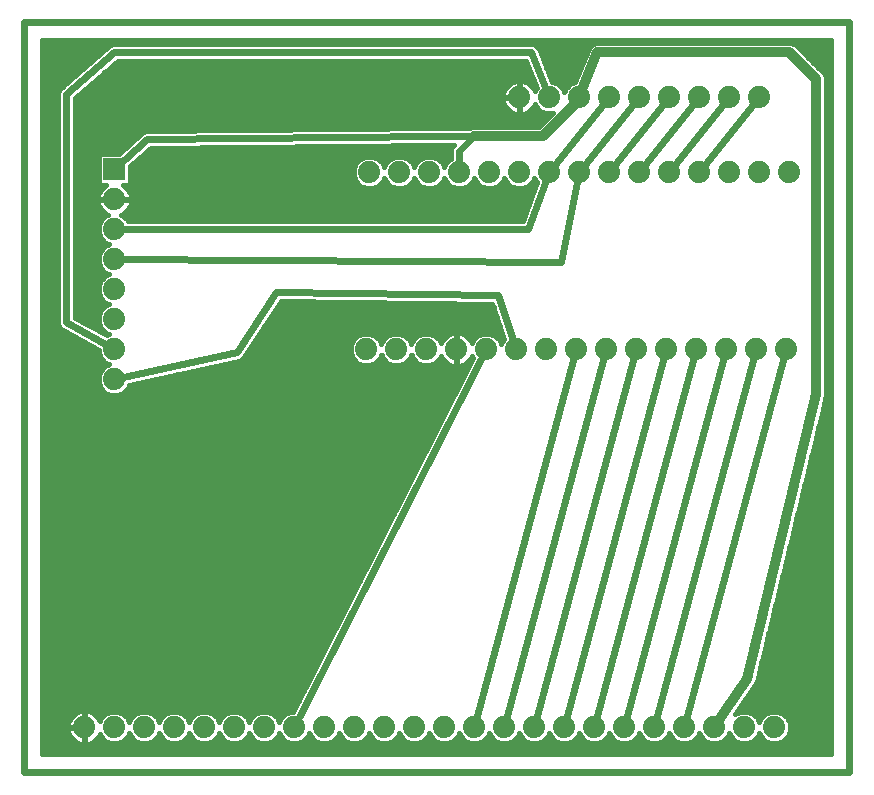
<source format=gtl>
G75*
%MOIN*%
%OFA0B0*%
%FSLAX25Y25*%
%IPPOS*%
%LPD*%
%AMOC8*
5,1,8,0,0,1.08239X$1,22.5*
%
%ADD10C,0.02400*%
%ADD11R,0.07400X0.07400*%
%ADD12C,0.07400*%
%ADD13C,0.03200*%
%ADD14C,0.03962*%
%ADD15C,0.01600*%
D10*
X0019800Y0016800D02*
X0294800Y0016800D01*
X0294800Y0266800D01*
X0019800Y0266800D01*
X0019800Y0016800D01*
X0109800Y0031800D02*
X0173800Y0157800D01*
X0183800Y0157800D02*
X0177800Y0175800D01*
X0103800Y0176800D01*
X0090800Y0156800D01*
X0049800Y0147800D01*
X0049800Y0157800D02*
X0033800Y0166800D01*
X0033800Y0242800D01*
X0049800Y0256800D01*
X0188800Y0256800D01*
X0194800Y0241800D01*
X0214800Y0241800D02*
X0194800Y0216800D01*
X0187800Y0197800D01*
X0049800Y0197800D01*
X0049800Y0187800D02*
X0198800Y0186800D01*
X0204800Y0216800D01*
X0224800Y0241800D01*
X0234800Y0241800D02*
X0214800Y0216800D01*
X0224800Y0216800D02*
X0244800Y0241800D01*
X0254800Y0241800D02*
X0234800Y0216800D01*
X0244800Y0216800D02*
X0264800Y0241800D01*
X0263800Y0157800D02*
X0229800Y0031800D01*
X0219800Y0031800D02*
X0253800Y0157800D01*
X0243800Y0157800D02*
X0209800Y0031800D01*
X0199800Y0031800D02*
X0233800Y0157800D01*
X0223800Y0157800D02*
X0189800Y0031800D01*
X0179800Y0031800D02*
X0213800Y0157800D01*
X0203800Y0157800D02*
X0169800Y0031800D01*
X0239800Y0031800D02*
X0273800Y0157800D01*
X0169800Y0228800D02*
X0157800Y0228800D01*
X0060800Y0227800D01*
X0049800Y0217800D01*
X0164800Y0216800D02*
X0164800Y0223800D01*
X0169800Y0228800D01*
D11*
X0049800Y0217800D03*
D12*
X0049800Y0207800D03*
X0049800Y0197800D03*
X0049800Y0187800D03*
X0049800Y0177800D03*
X0049800Y0167800D03*
X0049800Y0157800D03*
X0049800Y0147800D03*
X0133800Y0157800D03*
X0143800Y0157800D03*
X0153800Y0157800D03*
X0163800Y0157800D03*
X0173800Y0157800D03*
X0183800Y0157800D03*
X0193800Y0157800D03*
X0203800Y0157800D03*
X0213800Y0157800D03*
X0223800Y0157800D03*
X0233800Y0157800D03*
X0243800Y0157800D03*
X0253800Y0157800D03*
X0263800Y0157800D03*
X0273800Y0157800D03*
X0274800Y0216800D03*
X0264800Y0216800D03*
X0254800Y0216800D03*
X0244800Y0216800D03*
X0234800Y0216800D03*
X0224800Y0216800D03*
X0214800Y0216800D03*
X0204800Y0216800D03*
X0194800Y0216800D03*
X0184800Y0216800D03*
X0174800Y0216800D03*
X0164800Y0216800D03*
X0154800Y0216800D03*
X0144800Y0216800D03*
X0134800Y0216800D03*
X0184800Y0241800D03*
X0194800Y0241800D03*
X0204800Y0241800D03*
X0214800Y0241800D03*
X0224800Y0241800D03*
X0234800Y0241800D03*
X0244800Y0241800D03*
X0254800Y0241800D03*
X0264800Y0241800D03*
X0259800Y0031800D03*
X0249800Y0031800D03*
X0239800Y0031800D03*
X0229800Y0031800D03*
X0219800Y0031800D03*
X0209800Y0031800D03*
X0199800Y0031800D03*
X0189800Y0031800D03*
X0179800Y0031800D03*
X0169800Y0031800D03*
X0159800Y0031800D03*
X0149800Y0031800D03*
X0139800Y0031800D03*
X0129800Y0031800D03*
X0119800Y0031800D03*
X0109800Y0031800D03*
X0099800Y0031800D03*
X0089800Y0031800D03*
X0079800Y0031800D03*
X0069800Y0031800D03*
X0059800Y0031800D03*
X0049800Y0031800D03*
X0039800Y0031800D03*
X0269800Y0031800D03*
D13*
X0260800Y0047800D02*
X0283800Y0142800D01*
X0283800Y0247800D01*
X0274800Y0256800D01*
X0210800Y0256800D01*
X0204800Y0241800D01*
X0204800Y0240800D01*
X0192800Y0228800D01*
X0169800Y0228800D01*
X0260800Y0047800D02*
X0249800Y0031800D01*
D14*
X0276800Y0060800D03*
X0091800Y0209800D03*
X0085800Y0097800D03*
D15*
X0124211Y0066354D02*
X0025800Y0066354D01*
X0025800Y0067952D02*
X0125023Y0067952D01*
X0125835Y0069551D02*
X0025800Y0069551D01*
X0025800Y0071149D02*
X0126647Y0071149D01*
X0127458Y0072748D02*
X0025800Y0072748D01*
X0025800Y0074346D02*
X0128270Y0074346D01*
X0129082Y0075945D02*
X0025800Y0075945D01*
X0025800Y0077543D02*
X0129894Y0077543D01*
X0130706Y0079142D02*
X0025800Y0079142D01*
X0025800Y0080740D02*
X0131518Y0080740D01*
X0132330Y0082339D02*
X0025800Y0082339D01*
X0025800Y0083937D02*
X0133142Y0083937D01*
X0133954Y0085536D02*
X0025800Y0085536D01*
X0025800Y0087134D02*
X0134766Y0087134D01*
X0135578Y0088733D02*
X0025800Y0088733D01*
X0025800Y0090332D02*
X0136390Y0090332D01*
X0137202Y0091930D02*
X0025800Y0091930D01*
X0025800Y0093529D02*
X0138014Y0093529D01*
X0138826Y0095127D02*
X0025800Y0095127D01*
X0025800Y0096726D02*
X0139638Y0096726D01*
X0140450Y0098324D02*
X0025800Y0098324D01*
X0025800Y0099923D02*
X0141261Y0099923D01*
X0142073Y0101521D02*
X0025800Y0101521D01*
X0025800Y0103120D02*
X0142885Y0103120D01*
X0143697Y0104718D02*
X0025800Y0104718D01*
X0025800Y0106317D02*
X0144509Y0106317D01*
X0145321Y0107915D02*
X0025800Y0107915D01*
X0025800Y0109514D02*
X0146133Y0109514D01*
X0146945Y0111112D02*
X0025800Y0111112D01*
X0025800Y0112711D02*
X0147757Y0112711D01*
X0148569Y0114309D02*
X0025800Y0114309D01*
X0025800Y0115908D02*
X0149381Y0115908D01*
X0150193Y0117506D02*
X0025800Y0117506D01*
X0025800Y0119105D02*
X0151005Y0119105D01*
X0151817Y0120703D02*
X0025800Y0120703D01*
X0025800Y0122302D02*
X0152629Y0122302D01*
X0153441Y0123900D02*
X0025800Y0123900D01*
X0025800Y0125499D02*
X0154253Y0125499D01*
X0155064Y0127097D02*
X0025800Y0127097D01*
X0025800Y0128696D02*
X0155876Y0128696D01*
X0156688Y0130294D02*
X0025800Y0130294D01*
X0025800Y0131893D02*
X0157500Y0131893D01*
X0158312Y0133491D02*
X0025800Y0133491D01*
X0025800Y0135090D02*
X0159124Y0135090D01*
X0159936Y0136688D02*
X0025800Y0136688D01*
X0025800Y0138287D02*
X0160748Y0138287D01*
X0161560Y0139885D02*
X0025800Y0139885D01*
X0025800Y0141484D02*
X0162372Y0141484D01*
X0163184Y0143082D02*
X0052260Y0143082D01*
X0052802Y0143307D02*
X0054293Y0144798D01*
X0054804Y0146032D01*
X0091390Y0154063D01*
X0091926Y0154177D01*
X0091934Y0154182D01*
X0091944Y0154185D01*
X0092393Y0154497D01*
X0092844Y0154807D01*
X0092850Y0154816D01*
X0092858Y0154822D01*
X0093153Y0155282D01*
X0105306Y0173979D01*
X0175773Y0173027D01*
X0179713Y0161208D01*
X0179307Y0160802D01*
X0178800Y0159578D01*
X0178293Y0160802D01*
X0176802Y0162293D01*
X0174854Y0163100D01*
X0172746Y0163100D01*
X0170798Y0162293D01*
X0169307Y0160802D01*
X0168915Y0159856D01*
X0168897Y0159911D01*
X0168504Y0160683D01*
X0167995Y0161383D01*
X0167383Y0161995D01*
X0166683Y0162504D01*
X0165911Y0162897D01*
X0165088Y0163165D01*
X0164233Y0163300D01*
X0164000Y0163300D01*
X0164000Y0158000D01*
X0163600Y0158000D01*
X0163600Y0163300D01*
X0163367Y0163300D01*
X0162512Y0163165D01*
X0161689Y0162897D01*
X0160917Y0162504D01*
X0160217Y0161995D01*
X0159605Y0161383D01*
X0159096Y0160683D01*
X0158703Y0159911D01*
X0158685Y0159856D01*
X0158293Y0160802D01*
X0156802Y0162293D01*
X0154854Y0163100D01*
X0152746Y0163100D01*
X0150798Y0162293D01*
X0149307Y0160802D01*
X0148800Y0159578D01*
X0148293Y0160802D01*
X0146802Y0162293D01*
X0144854Y0163100D01*
X0142746Y0163100D01*
X0140798Y0162293D01*
X0139307Y0160802D01*
X0138800Y0159578D01*
X0138293Y0160802D01*
X0136802Y0162293D01*
X0134854Y0163100D01*
X0132746Y0163100D01*
X0130798Y0162293D01*
X0129307Y0160802D01*
X0128500Y0158854D01*
X0128500Y0156746D01*
X0129307Y0154798D01*
X0130798Y0153307D01*
X0132746Y0152500D01*
X0134854Y0152500D01*
X0136802Y0153307D01*
X0138293Y0154798D01*
X0138800Y0156022D01*
X0139307Y0154798D01*
X0140798Y0153307D01*
X0142746Y0152500D01*
X0144854Y0152500D01*
X0146802Y0153307D01*
X0148293Y0154798D01*
X0148800Y0156022D01*
X0149307Y0154798D01*
X0150798Y0153307D01*
X0152746Y0152500D01*
X0154854Y0152500D01*
X0156802Y0153307D01*
X0158293Y0154798D01*
X0158685Y0155744D01*
X0158703Y0155689D01*
X0159096Y0154917D01*
X0159605Y0154217D01*
X0160217Y0153605D01*
X0160917Y0153096D01*
X0161689Y0152703D01*
X0162512Y0152435D01*
X0163367Y0152300D01*
X0163600Y0152300D01*
X0163600Y0157600D01*
X0164000Y0157600D01*
X0164000Y0152300D01*
X0164233Y0152300D01*
X0165088Y0152435D01*
X0165911Y0152703D01*
X0166683Y0153096D01*
X0167383Y0153605D01*
X0167995Y0154217D01*
X0168504Y0154917D01*
X0168897Y0155689D01*
X0168915Y0155744D01*
X0169229Y0154985D01*
X0109352Y0037100D01*
X0108746Y0037100D01*
X0106798Y0036293D01*
X0105307Y0034802D01*
X0104800Y0033578D01*
X0104293Y0034802D01*
X0102802Y0036293D01*
X0100854Y0037100D01*
X0098746Y0037100D01*
X0096798Y0036293D01*
X0095307Y0034802D01*
X0094800Y0033578D01*
X0094293Y0034802D01*
X0092802Y0036293D01*
X0090854Y0037100D01*
X0088746Y0037100D01*
X0086798Y0036293D01*
X0085307Y0034802D01*
X0084800Y0033578D01*
X0084293Y0034802D01*
X0082802Y0036293D01*
X0080854Y0037100D01*
X0078746Y0037100D01*
X0076798Y0036293D01*
X0075307Y0034802D01*
X0074800Y0033578D01*
X0074293Y0034802D01*
X0072802Y0036293D01*
X0070854Y0037100D01*
X0068746Y0037100D01*
X0066798Y0036293D01*
X0065307Y0034802D01*
X0064800Y0033578D01*
X0064293Y0034802D01*
X0062802Y0036293D01*
X0060854Y0037100D01*
X0058746Y0037100D01*
X0056798Y0036293D01*
X0055307Y0034802D01*
X0054800Y0033578D01*
X0054293Y0034802D01*
X0052802Y0036293D01*
X0050854Y0037100D01*
X0048746Y0037100D01*
X0046798Y0036293D01*
X0045307Y0034802D01*
X0044915Y0033856D01*
X0044897Y0033911D01*
X0044504Y0034683D01*
X0043995Y0035383D01*
X0043383Y0035995D01*
X0042683Y0036504D01*
X0041911Y0036897D01*
X0041088Y0037165D01*
X0040233Y0037300D01*
X0040000Y0037300D01*
X0040000Y0032000D01*
X0039600Y0032000D01*
X0039600Y0037300D01*
X0039367Y0037300D01*
X0038512Y0037165D01*
X0037689Y0036897D01*
X0036917Y0036504D01*
X0036217Y0035995D01*
X0035605Y0035383D01*
X0035096Y0034683D01*
X0034703Y0033911D01*
X0034435Y0033088D01*
X0034300Y0032233D01*
X0034300Y0032000D01*
X0039600Y0032000D01*
X0039600Y0031600D01*
X0040000Y0031600D01*
X0040000Y0026300D01*
X0040233Y0026300D01*
X0041088Y0026435D01*
X0041911Y0026703D01*
X0042683Y0027096D01*
X0043383Y0027605D01*
X0043995Y0028217D01*
X0044504Y0028917D01*
X0044897Y0029689D01*
X0044915Y0029744D01*
X0045307Y0028798D01*
X0046798Y0027307D01*
X0048746Y0026500D01*
X0050854Y0026500D01*
X0052802Y0027307D01*
X0054293Y0028798D01*
X0054800Y0030022D01*
X0055307Y0028798D01*
X0056798Y0027307D01*
X0058746Y0026500D01*
X0060854Y0026500D01*
X0062802Y0027307D01*
X0064293Y0028798D01*
X0064800Y0030022D01*
X0065307Y0028798D01*
X0066798Y0027307D01*
X0068746Y0026500D01*
X0070854Y0026500D01*
X0072802Y0027307D01*
X0074293Y0028798D01*
X0074800Y0030022D01*
X0075307Y0028798D01*
X0076798Y0027307D01*
X0078746Y0026500D01*
X0080854Y0026500D01*
X0082802Y0027307D01*
X0084293Y0028798D01*
X0084800Y0030022D01*
X0085307Y0028798D01*
X0086798Y0027307D01*
X0088746Y0026500D01*
X0090854Y0026500D01*
X0092802Y0027307D01*
X0094293Y0028798D01*
X0094800Y0030022D01*
X0095307Y0028798D01*
X0096798Y0027307D01*
X0098746Y0026500D01*
X0100854Y0026500D01*
X0102802Y0027307D01*
X0104293Y0028798D01*
X0104800Y0030022D01*
X0105307Y0028798D01*
X0106798Y0027307D01*
X0108746Y0026500D01*
X0110854Y0026500D01*
X0112802Y0027307D01*
X0114293Y0028798D01*
X0114800Y0030022D01*
X0115307Y0028798D01*
X0116798Y0027307D01*
X0118746Y0026500D01*
X0120854Y0026500D01*
X0122802Y0027307D01*
X0124293Y0028798D01*
X0124800Y0030022D01*
X0125307Y0028798D01*
X0126798Y0027307D01*
X0128746Y0026500D01*
X0130854Y0026500D01*
X0132802Y0027307D01*
X0134293Y0028798D01*
X0134800Y0030022D01*
X0135307Y0028798D01*
X0136798Y0027307D01*
X0138746Y0026500D01*
X0140854Y0026500D01*
X0142802Y0027307D01*
X0144293Y0028798D01*
X0144800Y0030022D01*
X0145307Y0028798D01*
X0146798Y0027307D01*
X0148746Y0026500D01*
X0150854Y0026500D01*
X0152802Y0027307D01*
X0154293Y0028798D01*
X0154800Y0030022D01*
X0155307Y0028798D01*
X0156798Y0027307D01*
X0158746Y0026500D01*
X0160854Y0026500D01*
X0162802Y0027307D01*
X0164293Y0028798D01*
X0164800Y0030022D01*
X0165307Y0028798D01*
X0166798Y0027307D01*
X0168746Y0026500D01*
X0170854Y0026500D01*
X0172802Y0027307D01*
X0174293Y0028798D01*
X0174800Y0030022D01*
X0175307Y0028798D01*
X0176798Y0027307D01*
X0178746Y0026500D01*
X0180854Y0026500D01*
X0182802Y0027307D01*
X0184293Y0028798D01*
X0184800Y0030022D01*
X0185307Y0028798D01*
X0186798Y0027307D01*
X0188746Y0026500D01*
X0190854Y0026500D01*
X0192802Y0027307D01*
X0194293Y0028798D01*
X0194800Y0030022D01*
X0195307Y0028798D01*
X0196798Y0027307D01*
X0198746Y0026500D01*
X0200854Y0026500D01*
X0202802Y0027307D01*
X0204293Y0028798D01*
X0204800Y0030022D01*
X0205307Y0028798D01*
X0206798Y0027307D01*
X0208746Y0026500D01*
X0210854Y0026500D01*
X0212802Y0027307D01*
X0214293Y0028798D01*
X0214800Y0030022D01*
X0215307Y0028798D01*
X0216798Y0027307D01*
X0218746Y0026500D01*
X0220854Y0026500D01*
X0222802Y0027307D01*
X0224293Y0028798D01*
X0224800Y0030022D01*
X0225307Y0028798D01*
X0226798Y0027307D01*
X0228746Y0026500D01*
X0230854Y0026500D01*
X0232802Y0027307D01*
X0234293Y0028798D01*
X0234800Y0030022D01*
X0235307Y0028798D01*
X0236798Y0027307D01*
X0238746Y0026500D01*
X0240854Y0026500D01*
X0242802Y0027307D01*
X0244293Y0028798D01*
X0244800Y0030022D01*
X0245307Y0028798D01*
X0246798Y0027307D01*
X0248746Y0026500D01*
X0250854Y0026500D01*
X0252802Y0027307D01*
X0254293Y0028798D01*
X0254800Y0030022D01*
X0255307Y0028798D01*
X0256798Y0027307D01*
X0258746Y0026500D01*
X0260854Y0026500D01*
X0262802Y0027307D01*
X0264293Y0028798D01*
X0264800Y0030022D01*
X0265307Y0028798D01*
X0266798Y0027307D01*
X0268746Y0026500D01*
X0270854Y0026500D01*
X0272802Y0027307D01*
X0274293Y0028798D01*
X0275100Y0030746D01*
X0275100Y0032854D01*
X0274293Y0034802D01*
X0272802Y0036293D01*
X0270854Y0037100D01*
X0268746Y0037100D01*
X0266798Y0036293D01*
X0265307Y0034802D01*
X0264800Y0033578D01*
X0264293Y0034802D01*
X0262802Y0036293D01*
X0260854Y0037100D01*
X0258746Y0037100D01*
X0256798Y0036293D01*
X0256716Y0036212D01*
X0263412Y0045950D01*
X0263760Y0046428D01*
X0263771Y0046473D01*
X0263798Y0046512D01*
X0263921Y0047090D01*
X0286852Y0141805D01*
X0287000Y0142163D01*
X0287000Y0142418D01*
X0287060Y0142666D01*
X0287000Y0143049D01*
X0287000Y0248437D01*
X0286513Y0249613D01*
X0277513Y0258613D01*
X0276613Y0259513D01*
X0275437Y0260000D01*
X0211416Y0260000D01*
X0211397Y0260008D01*
X0210781Y0260000D01*
X0210163Y0260000D01*
X0210145Y0259992D01*
X0210125Y0259992D01*
X0209558Y0259749D01*
X0208987Y0259513D01*
X0208973Y0259498D01*
X0208954Y0259491D01*
X0208524Y0259049D01*
X0208087Y0258613D01*
X0208079Y0258594D01*
X0208065Y0258579D01*
X0207836Y0258006D01*
X0207600Y0257437D01*
X0207600Y0257416D01*
X0203419Y0246965D01*
X0201798Y0246293D01*
X0200307Y0244802D01*
X0199800Y0243578D01*
X0199293Y0244802D01*
X0197802Y0246293D01*
X0195854Y0247100D01*
X0195696Y0247100D01*
X0191600Y0257339D01*
X0191600Y0257357D01*
X0191393Y0257856D01*
X0191193Y0258357D01*
X0191180Y0258370D01*
X0191174Y0258386D01*
X0190792Y0258768D01*
X0190415Y0259154D01*
X0190399Y0259161D01*
X0190386Y0259174D01*
X0189887Y0259381D01*
X0189391Y0259593D01*
X0189373Y0259593D01*
X0189357Y0259600D01*
X0188817Y0259600D01*
X0188277Y0259607D01*
X0188261Y0259600D01*
X0049893Y0259600D01*
X0049431Y0259631D01*
X0049339Y0259600D01*
X0049243Y0259600D01*
X0048815Y0259423D01*
X0048375Y0259274D01*
X0048303Y0259211D01*
X0048214Y0259174D01*
X0047886Y0258846D01*
X0032303Y0245211D01*
X0032214Y0245174D01*
X0031886Y0244846D01*
X0031537Y0244540D01*
X0031494Y0244454D01*
X0031426Y0244386D01*
X0031249Y0243958D01*
X0031043Y0243542D01*
X0031037Y0243446D01*
X0031000Y0243357D01*
X0031000Y0242893D01*
X0030969Y0242431D01*
X0031000Y0242339D01*
X0031000Y0166968D01*
X0030954Y0166581D01*
X0031000Y0166415D01*
X0031000Y0166243D01*
X0031149Y0165883D01*
X0031254Y0165509D01*
X0031360Y0165373D01*
X0031426Y0165214D01*
X0031701Y0164939D01*
X0031942Y0164633D01*
X0032092Y0164548D01*
X0032214Y0164426D01*
X0032573Y0164277D01*
X0044500Y0157569D01*
X0044500Y0156746D01*
X0045307Y0154798D01*
X0046798Y0153307D01*
X0048022Y0152800D01*
X0046798Y0152293D01*
X0045307Y0150802D01*
X0044500Y0148854D01*
X0044500Y0146746D01*
X0045307Y0144798D01*
X0046798Y0143307D01*
X0048746Y0142500D01*
X0050854Y0142500D01*
X0052802Y0143307D01*
X0054176Y0144681D02*
X0163996Y0144681D01*
X0164808Y0146279D02*
X0055932Y0146279D01*
X0063214Y0147878D02*
X0165620Y0147878D01*
X0166432Y0149476D02*
X0070496Y0149476D01*
X0077778Y0151075D02*
X0167244Y0151075D01*
X0168056Y0152673D02*
X0165820Y0152673D01*
X0164000Y0152673D02*
X0163600Y0152673D01*
X0163600Y0154272D02*
X0164000Y0154272D01*
X0164000Y0155870D02*
X0163600Y0155870D01*
X0163600Y0157469D02*
X0164000Y0157469D01*
X0164000Y0159068D02*
X0163600Y0159068D01*
X0163600Y0160666D02*
X0164000Y0160666D01*
X0164000Y0162265D02*
X0163600Y0162265D01*
X0160588Y0162265D02*
X0156831Y0162265D01*
X0158350Y0160666D02*
X0159088Y0160666D01*
X0159565Y0154272D02*
X0157767Y0154272D01*
X0155273Y0152673D02*
X0161779Y0152673D01*
X0168035Y0154272D02*
X0168868Y0154272D01*
X0168512Y0160666D02*
X0169250Y0160666D01*
X0170769Y0162265D02*
X0167012Y0162265D01*
X0176831Y0162265D02*
X0179360Y0162265D01*
X0179250Y0160666D02*
X0178350Y0160666D01*
X0178828Y0163863D02*
X0098730Y0163863D01*
X0097691Y0162265D02*
X0130769Y0162265D01*
X0129250Y0160666D02*
X0096652Y0160666D01*
X0095613Y0159068D02*
X0128588Y0159068D01*
X0128500Y0157469D02*
X0094574Y0157469D01*
X0093535Y0155870D02*
X0128863Y0155870D01*
X0129833Y0154272D02*
X0092070Y0154272D01*
X0085061Y0152673D02*
X0132327Y0152673D01*
X0135273Y0152673D02*
X0142327Y0152673D01*
X0145273Y0152673D02*
X0152327Y0152673D01*
X0149833Y0154272D02*
X0147767Y0154272D01*
X0148737Y0155870D02*
X0148863Y0155870D01*
X0149250Y0160666D02*
X0148350Y0160666D01*
X0146831Y0162265D02*
X0150769Y0162265D01*
X0140769Y0162265D02*
X0136831Y0162265D01*
X0138350Y0160666D02*
X0139250Y0160666D01*
X0138863Y0155870D02*
X0138737Y0155870D01*
X0137767Y0154272D02*
X0139833Y0154272D01*
X0144177Y0173454D02*
X0104965Y0173454D01*
X0103926Y0171856D02*
X0176163Y0171856D01*
X0176696Y0170257D02*
X0102887Y0170257D01*
X0101848Y0168659D02*
X0177229Y0168659D01*
X0177762Y0167060D02*
X0100809Y0167060D01*
X0099770Y0165462D02*
X0178295Y0165462D01*
X0185848Y0200600D02*
X0054377Y0200600D01*
X0054293Y0200802D01*
X0052802Y0202293D01*
X0051856Y0202685D01*
X0051911Y0202703D01*
X0052683Y0203096D01*
X0053383Y0203605D01*
X0053995Y0204217D01*
X0054504Y0204917D01*
X0054897Y0205689D01*
X0055165Y0206512D01*
X0055300Y0207367D01*
X0055300Y0207600D01*
X0050000Y0207600D01*
X0050000Y0208000D01*
X0055300Y0208000D01*
X0055300Y0208233D01*
X0055165Y0209088D01*
X0054897Y0209911D01*
X0054504Y0210683D01*
X0053995Y0211383D01*
X0053383Y0211995D01*
X0052688Y0212500D01*
X0054163Y0212500D01*
X0055100Y0213437D01*
X0055100Y0218834D01*
X0061895Y0225011D01*
X0157814Y0226000D01*
X0163040Y0226000D01*
X0162426Y0225386D01*
X0162000Y0224357D01*
X0162000Y0221377D01*
X0161798Y0221293D01*
X0160307Y0219802D01*
X0159800Y0218578D01*
X0159293Y0219802D01*
X0157802Y0221293D01*
X0155854Y0222100D01*
X0153746Y0222100D01*
X0151798Y0221293D01*
X0150307Y0219802D01*
X0149800Y0218578D01*
X0149293Y0219802D01*
X0147802Y0221293D01*
X0145854Y0222100D01*
X0143746Y0222100D01*
X0141798Y0221293D01*
X0140307Y0219802D01*
X0139800Y0218578D01*
X0139293Y0219802D01*
X0137802Y0221293D01*
X0135854Y0222100D01*
X0133746Y0222100D01*
X0131798Y0221293D01*
X0130307Y0219802D01*
X0129500Y0217854D01*
X0129500Y0215746D01*
X0130307Y0213798D01*
X0131798Y0212307D01*
X0133746Y0211500D01*
X0135854Y0211500D01*
X0137802Y0212307D01*
X0139293Y0213798D01*
X0139800Y0215022D01*
X0140307Y0213798D01*
X0141798Y0212307D01*
X0143746Y0211500D01*
X0145854Y0211500D01*
X0147802Y0212307D01*
X0149293Y0213798D01*
X0149800Y0215022D01*
X0150307Y0213798D01*
X0151798Y0212307D01*
X0153746Y0211500D01*
X0155854Y0211500D01*
X0157802Y0212307D01*
X0159293Y0213798D01*
X0159800Y0215022D01*
X0160307Y0213798D01*
X0161798Y0212307D01*
X0163746Y0211500D01*
X0165854Y0211500D01*
X0167802Y0212307D01*
X0169293Y0213798D01*
X0169800Y0215022D01*
X0170307Y0213798D01*
X0171798Y0212307D01*
X0173746Y0211500D01*
X0175854Y0211500D01*
X0177802Y0212307D01*
X0179293Y0213798D01*
X0179800Y0215022D01*
X0180307Y0213798D01*
X0181798Y0212307D01*
X0183746Y0211500D01*
X0185854Y0211500D01*
X0187802Y0212307D01*
X0189293Y0213798D01*
X0189800Y0215022D01*
X0190307Y0213798D01*
X0190601Y0213503D01*
X0185848Y0200600D01*
X0185858Y0200629D02*
X0054365Y0200629D01*
X0052868Y0202227D02*
X0186447Y0202227D01*
X0187036Y0203826D02*
X0053604Y0203826D01*
X0054762Y0205424D02*
X0187625Y0205424D01*
X0188214Y0207023D02*
X0055245Y0207023D01*
X0055238Y0208621D02*
X0188803Y0208621D01*
X0189392Y0210220D02*
X0054740Y0210220D01*
X0053560Y0211818D02*
X0132977Y0211818D01*
X0130688Y0213417D02*
X0055080Y0213417D01*
X0055100Y0215015D02*
X0129803Y0215015D01*
X0129500Y0216614D02*
X0055100Y0216614D01*
X0055100Y0218212D02*
X0129648Y0218212D01*
X0130316Y0219811D02*
X0056175Y0219811D01*
X0057933Y0221409D02*
X0132079Y0221409D01*
X0137521Y0221409D02*
X0142079Y0221409D01*
X0140316Y0219811D02*
X0139284Y0219811D01*
X0139797Y0215015D02*
X0139803Y0215015D01*
X0140688Y0213417D02*
X0138912Y0213417D01*
X0136623Y0211818D02*
X0142977Y0211818D01*
X0146623Y0211818D02*
X0152977Y0211818D01*
X0150688Y0213417D02*
X0148912Y0213417D01*
X0149797Y0215015D02*
X0149803Y0215015D01*
X0150316Y0219811D02*
X0149284Y0219811D01*
X0147521Y0221409D02*
X0152079Y0221409D01*
X0157521Y0221409D02*
X0162000Y0221409D01*
X0162000Y0223008D02*
X0059691Y0223008D01*
X0061450Y0224606D02*
X0162103Y0224606D01*
X0160316Y0219811D02*
X0159284Y0219811D01*
X0159797Y0215015D02*
X0159803Y0215015D01*
X0160688Y0213417D02*
X0158912Y0213417D01*
X0156623Y0211818D02*
X0162977Y0211818D01*
X0166623Y0211818D02*
X0172977Y0211818D01*
X0170688Y0213417D02*
X0168912Y0213417D01*
X0169797Y0215015D02*
X0169803Y0215015D01*
X0176623Y0211818D02*
X0182977Y0211818D01*
X0180688Y0213417D02*
X0178912Y0213417D01*
X0179797Y0215015D02*
X0179803Y0215015D01*
X0186623Y0211818D02*
X0189981Y0211818D01*
X0190570Y0213417D02*
X0188912Y0213417D01*
X0189797Y0215015D02*
X0189803Y0215015D01*
X0191475Y0232000D02*
X0169163Y0232000D01*
X0168198Y0231600D01*
X0158342Y0231600D01*
X0158328Y0231606D01*
X0157785Y0231600D01*
X0157243Y0231600D01*
X0157229Y0231594D01*
X0060852Y0230601D01*
X0060377Y0230623D01*
X0060298Y0230595D01*
X0060214Y0230594D01*
X0059777Y0230407D01*
X0059329Y0230246D01*
X0059267Y0230190D01*
X0059190Y0230157D01*
X0058857Y0229817D01*
X0051467Y0223100D01*
X0045437Y0223100D01*
X0044500Y0222163D01*
X0044500Y0213437D01*
X0045437Y0212500D01*
X0046912Y0212500D01*
X0046217Y0211995D01*
X0045605Y0211383D01*
X0045096Y0210683D01*
X0044703Y0209911D01*
X0044435Y0209088D01*
X0044300Y0208233D01*
X0044300Y0208000D01*
X0049600Y0208000D01*
X0049600Y0207600D01*
X0044300Y0207600D01*
X0044300Y0207367D01*
X0044435Y0206512D01*
X0044703Y0205689D01*
X0045096Y0204917D01*
X0045605Y0204217D01*
X0046217Y0203605D01*
X0046917Y0203096D01*
X0047689Y0202703D01*
X0047744Y0202685D01*
X0046798Y0202293D01*
X0045307Y0200802D01*
X0044500Y0198854D01*
X0044500Y0196746D01*
X0045307Y0194798D01*
X0046798Y0193307D01*
X0048022Y0192800D01*
X0046798Y0192293D01*
X0045307Y0190802D01*
X0044500Y0188854D01*
X0044500Y0186746D01*
X0045307Y0184798D01*
X0046798Y0183307D01*
X0048022Y0182800D01*
X0046798Y0182293D01*
X0045307Y0180802D01*
X0044500Y0178854D01*
X0044500Y0176746D01*
X0045307Y0174798D01*
X0046798Y0173307D01*
X0048022Y0172800D01*
X0046798Y0172293D01*
X0045307Y0170802D01*
X0044500Y0168854D01*
X0044500Y0166746D01*
X0045307Y0164798D01*
X0046798Y0163307D01*
X0048022Y0162800D01*
X0047216Y0162466D01*
X0036600Y0168438D01*
X0036600Y0241529D01*
X0050852Y0254000D01*
X0186904Y0254000D01*
X0190504Y0245000D01*
X0190307Y0244802D01*
X0189915Y0243856D01*
X0189897Y0243911D01*
X0189504Y0244683D01*
X0188995Y0245383D01*
X0188383Y0245995D01*
X0187683Y0246504D01*
X0186911Y0246897D01*
X0186088Y0247165D01*
X0185233Y0247300D01*
X0185000Y0247300D01*
X0185000Y0242000D01*
X0184600Y0242000D01*
X0184600Y0247300D01*
X0184367Y0247300D01*
X0183512Y0247165D01*
X0182689Y0246897D01*
X0181917Y0246504D01*
X0181217Y0245995D01*
X0180605Y0245383D01*
X0180096Y0244683D01*
X0179703Y0243911D01*
X0179435Y0243088D01*
X0179300Y0242233D01*
X0179300Y0242000D01*
X0184600Y0242000D01*
X0184600Y0241600D01*
X0185000Y0241600D01*
X0185000Y0236300D01*
X0185233Y0236300D01*
X0186088Y0236435D01*
X0186911Y0236703D01*
X0187683Y0237096D01*
X0188383Y0237605D01*
X0188995Y0238217D01*
X0189504Y0238917D01*
X0189897Y0239689D01*
X0189915Y0239744D01*
X0190307Y0238798D01*
X0191798Y0237307D01*
X0193746Y0236500D01*
X0195854Y0236500D01*
X0196060Y0236585D01*
X0191475Y0232000D01*
X0192074Y0232599D02*
X0036600Y0232599D01*
X0036600Y0231001D02*
X0099637Y0231001D01*
X0058400Y0229402D02*
X0036600Y0229402D01*
X0036600Y0227803D02*
X0056641Y0227803D01*
X0054883Y0226205D02*
X0036600Y0226205D01*
X0036600Y0224606D02*
X0053125Y0224606D01*
X0045345Y0223008D02*
X0036600Y0223008D01*
X0036600Y0221409D02*
X0044500Y0221409D01*
X0044500Y0219811D02*
X0036600Y0219811D01*
X0036600Y0218212D02*
X0044500Y0218212D01*
X0044500Y0216614D02*
X0036600Y0216614D01*
X0036600Y0215015D02*
X0044500Y0215015D01*
X0044520Y0213417D02*
X0036600Y0213417D01*
X0036600Y0211818D02*
X0046040Y0211818D01*
X0044860Y0210220D02*
X0036600Y0210220D01*
X0036600Y0208621D02*
X0044362Y0208621D01*
X0044355Y0207023D02*
X0036600Y0207023D01*
X0036600Y0205424D02*
X0044838Y0205424D01*
X0045996Y0203826D02*
X0036600Y0203826D01*
X0036600Y0202227D02*
X0046732Y0202227D01*
X0045235Y0200629D02*
X0036600Y0200629D01*
X0036600Y0199030D02*
X0044573Y0199030D01*
X0044500Y0197432D02*
X0036600Y0197432D01*
X0036600Y0195833D02*
X0044878Y0195833D01*
X0045870Y0194235D02*
X0036600Y0194235D01*
X0036600Y0192636D02*
X0047626Y0192636D01*
X0045542Y0191038D02*
X0036600Y0191038D01*
X0036600Y0189439D02*
X0044742Y0189439D01*
X0044500Y0187841D02*
X0036600Y0187841D01*
X0036600Y0186242D02*
X0044709Y0186242D01*
X0045461Y0184644D02*
X0036600Y0184644D01*
X0036600Y0183045D02*
X0047430Y0183045D01*
X0045951Y0181447D02*
X0036600Y0181447D01*
X0036600Y0179848D02*
X0044912Y0179848D01*
X0044500Y0178250D02*
X0036600Y0178250D01*
X0036600Y0176651D02*
X0044539Y0176651D01*
X0045201Y0175053D02*
X0036600Y0175053D01*
X0036600Y0173454D02*
X0046651Y0173454D01*
X0046360Y0171856D02*
X0036600Y0171856D01*
X0036600Y0170257D02*
X0045081Y0170257D01*
X0044500Y0168659D02*
X0036600Y0168659D01*
X0039049Y0167060D02*
X0044500Y0167060D01*
X0045032Y0165462D02*
X0041891Y0165462D01*
X0044732Y0163863D02*
X0046242Y0163863D01*
X0041835Y0159068D02*
X0025800Y0159068D01*
X0025800Y0160666D02*
X0038994Y0160666D01*
X0036152Y0162265D02*
X0025800Y0162265D01*
X0025800Y0163863D02*
X0033310Y0163863D01*
X0031291Y0165462D02*
X0025800Y0165462D01*
X0025800Y0167060D02*
X0031000Y0167060D01*
X0031000Y0168659D02*
X0025800Y0168659D01*
X0025800Y0170257D02*
X0031000Y0170257D01*
X0031000Y0171856D02*
X0025800Y0171856D01*
X0025800Y0173454D02*
X0031000Y0173454D01*
X0031000Y0175053D02*
X0025800Y0175053D01*
X0025800Y0176651D02*
X0031000Y0176651D01*
X0031000Y0178250D02*
X0025800Y0178250D01*
X0025800Y0179848D02*
X0031000Y0179848D01*
X0031000Y0181447D02*
X0025800Y0181447D01*
X0025800Y0183045D02*
X0031000Y0183045D01*
X0031000Y0184644D02*
X0025800Y0184644D01*
X0025800Y0186242D02*
X0031000Y0186242D01*
X0031000Y0187841D02*
X0025800Y0187841D01*
X0025800Y0189439D02*
X0031000Y0189439D01*
X0031000Y0191038D02*
X0025800Y0191038D01*
X0025800Y0192636D02*
X0031000Y0192636D01*
X0031000Y0194235D02*
X0025800Y0194235D01*
X0025800Y0195833D02*
X0031000Y0195833D01*
X0031000Y0197432D02*
X0025800Y0197432D01*
X0025800Y0199030D02*
X0031000Y0199030D01*
X0031000Y0200629D02*
X0025800Y0200629D01*
X0025800Y0202227D02*
X0031000Y0202227D01*
X0031000Y0203826D02*
X0025800Y0203826D01*
X0025800Y0205424D02*
X0031000Y0205424D01*
X0031000Y0207023D02*
X0025800Y0207023D01*
X0025800Y0208621D02*
X0031000Y0208621D01*
X0031000Y0210220D02*
X0025800Y0210220D01*
X0025800Y0211818D02*
X0031000Y0211818D01*
X0031000Y0213417D02*
X0025800Y0213417D01*
X0025800Y0215015D02*
X0031000Y0215015D01*
X0031000Y0216614D02*
X0025800Y0216614D01*
X0025800Y0218212D02*
X0031000Y0218212D01*
X0031000Y0219811D02*
X0025800Y0219811D01*
X0025800Y0221409D02*
X0031000Y0221409D01*
X0031000Y0223008D02*
X0025800Y0223008D01*
X0025800Y0224606D02*
X0031000Y0224606D01*
X0031000Y0226205D02*
X0025800Y0226205D01*
X0025800Y0227803D02*
X0031000Y0227803D01*
X0031000Y0229402D02*
X0025800Y0229402D01*
X0025800Y0231001D02*
X0031000Y0231001D01*
X0031000Y0232599D02*
X0025800Y0232599D01*
X0025800Y0234198D02*
X0031000Y0234198D01*
X0031000Y0235796D02*
X0025800Y0235796D01*
X0025800Y0237395D02*
X0031000Y0237395D01*
X0031000Y0238993D02*
X0025800Y0238993D01*
X0025800Y0240592D02*
X0031000Y0240592D01*
X0031000Y0242190D02*
X0025800Y0242190D01*
X0025800Y0243789D02*
X0031165Y0243789D01*
X0032505Y0245387D02*
X0025800Y0245387D01*
X0025800Y0246986D02*
X0034332Y0246986D01*
X0036158Y0248584D02*
X0025800Y0248584D01*
X0025800Y0250183D02*
X0037985Y0250183D01*
X0039812Y0251781D02*
X0025800Y0251781D01*
X0025800Y0253380D02*
X0041639Y0253380D01*
X0043466Y0254978D02*
X0025800Y0254978D01*
X0025800Y0256577D02*
X0045293Y0256577D01*
X0047120Y0258175D02*
X0025800Y0258175D01*
X0025800Y0259774D02*
X0209615Y0259774D01*
X0207904Y0258175D02*
X0191266Y0258175D01*
X0191905Y0256577D02*
X0207264Y0256577D01*
X0206625Y0254978D02*
X0192544Y0254978D01*
X0193184Y0253380D02*
X0205985Y0253380D01*
X0205346Y0251781D02*
X0193823Y0251781D01*
X0194463Y0250183D02*
X0204707Y0250183D01*
X0204067Y0248584D02*
X0195102Y0248584D01*
X0196130Y0246986D02*
X0203428Y0246986D01*
X0200892Y0245387D02*
X0198708Y0245387D01*
X0199713Y0243789D02*
X0199887Y0243789D01*
X0191710Y0237395D02*
X0188094Y0237395D01*
X0189543Y0238993D02*
X0190226Y0238993D01*
X0185000Y0238993D02*
X0184600Y0238993D01*
X0184600Y0237395D02*
X0185000Y0237395D01*
X0184600Y0236300D02*
X0184600Y0241600D01*
X0179300Y0241600D01*
X0179300Y0241367D01*
X0179435Y0240512D01*
X0179703Y0239689D01*
X0180096Y0238917D01*
X0180605Y0238217D01*
X0181217Y0237605D01*
X0181917Y0237096D01*
X0182689Y0236703D01*
X0183512Y0236435D01*
X0184367Y0236300D01*
X0184600Y0236300D01*
X0181506Y0237395D02*
X0036600Y0237395D01*
X0036600Y0238993D02*
X0180057Y0238993D01*
X0179423Y0240592D02*
X0036600Y0240592D01*
X0037355Y0242190D02*
X0179300Y0242190D01*
X0179663Y0243789D02*
X0039182Y0243789D01*
X0041009Y0245387D02*
X0180609Y0245387D01*
X0182961Y0246986D02*
X0042836Y0246986D01*
X0044662Y0248584D02*
X0189071Y0248584D01*
X0189710Y0246986D02*
X0186639Y0246986D01*
X0185000Y0246986D02*
X0184600Y0246986D01*
X0184600Y0245387D02*
X0185000Y0245387D01*
X0185000Y0243789D02*
X0184600Y0243789D01*
X0184600Y0242190D02*
X0185000Y0242190D01*
X0185000Y0240592D02*
X0184600Y0240592D01*
X0188991Y0245387D02*
X0190349Y0245387D01*
X0188431Y0250183D02*
X0046489Y0250183D01*
X0048316Y0251781D02*
X0187792Y0251781D01*
X0187152Y0253380D02*
X0050143Y0253380D01*
X0036600Y0235796D02*
X0195271Y0235796D01*
X0193672Y0234198D02*
X0036600Y0234198D01*
X0025800Y0260800D02*
X0025800Y0022800D01*
X0288800Y0022800D01*
X0288800Y0260800D01*
X0025800Y0260800D01*
X0025800Y0157469D02*
X0044500Y0157469D01*
X0044863Y0155870D02*
X0025800Y0155870D01*
X0025800Y0154272D02*
X0045833Y0154272D01*
X0047716Y0152673D02*
X0025800Y0152673D01*
X0025800Y0151075D02*
X0045580Y0151075D01*
X0044758Y0149476D02*
X0025800Y0149476D01*
X0025800Y0147878D02*
X0044500Y0147878D01*
X0044693Y0146279D02*
X0025800Y0146279D01*
X0025800Y0144681D02*
X0045424Y0144681D01*
X0047340Y0143082D02*
X0025800Y0143082D01*
X0025800Y0064755D02*
X0123399Y0064755D01*
X0122587Y0063157D02*
X0025800Y0063157D01*
X0025800Y0061558D02*
X0121775Y0061558D01*
X0120963Y0059960D02*
X0025800Y0059960D01*
X0025800Y0058361D02*
X0120151Y0058361D01*
X0119339Y0056763D02*
X0025800Y0056763D01*
X0025800Y0055164D02*
X0118527Y0055164D01*
X0117715Y0053566D02*
X0025800Y0053566D01*
X0025800Y0051967D02*
X0116903Y0051967D01*
X0116091Y0050369D02*
X0025800Y0050369D01*
X0025800Y0048770D02*
X0115279Y0048770D01*
X0114467Y0047172D02*
X0025800Y0047172D01*
X0025800Y0045573D02*
X0113655Y0045573D01*
X0112843Y0043975D02*
X0025800Y0043975D01*
X0025800Y0042376D02*
X0112032Y0042376D01*
X0111220Y0040778D02*
X0025800Y0040778D01*
X0025800Y0039179D02*
X0110408Y0039179D01*
X0109596Y0037581D02*
X0025800Y0037581D01*
X0025800Y0035982D02*
X0036204Y0035982D01*
X0034944Y0034384D02*
X0025800Y0034384D01*
X0025800Y0032785D02*
X0034387Y0032785D01*
X0034300Y0031600D02*
X0034300Y0031367D01*
X0034435Y0030512D01*
X0034703Y0029689D01*
X0035096Y0028917D01*
X0035605Y0028217D01*
X0036217Y0027605D01*
X0036917Y0027096D01*
X0037689Y0026703D01*
X0038512Y0026435D01*
X0039367Y0026300D01*
X0039600Y0026300D01*
X0039600Y0031600D01*
X0034300Y0031600D01*
X0034329Y0031187D02*
X0025800Y0031187D01*
X0025800Y0029588D02*
X0034754Y0029588D01*
X0035832Y0027990D02*
X0025800Y0027990D01*
X0025800Y0026391D02*
X0038792Y0026391D01*
X0039600Y0026391D02*
X0040000Y0026391D01*
X0040808Y0026391D02*
X0288800Y0026391D01*
X0288800Y0024793D02*
X0025800Y0024793D01*
X0025800Y0023194D02*
X0288800Y0023194D01*
X0288800Y0027990D02*
X0273485Y0027990D01*
X0274620Y0029588D02*
X0288800Y0029588D01*
X0288800Y0031187D02*
X0275100Y0031187D01*
X0275100Y0032785D02*
X0288800Y0032785D01*
X0288800Y0034384D02*
X0274466Y0034384D01*
X0273113Y0035982D02*
X0288800Y0035982D01*
X0288800Y0037581D02*
X0257657Y0037581D01*
X0258756Y0039179D02*
X0288800Y0039179D01*
X0288800Y0040778D02*
X0259855Y0040778D01*
X0260954Y0042376D02*
X0288800Y0042376D01*
X0288800Y0043975D02*
X0262053Y0043975D01*
X0263152Y0045573D02*
X0288800Y0045573D01*
X0288800Y0047172D02*
X0263940Y0047172D01*
X0264327Y0048770D02*
X0288800Y0048770D01*
X0288800Y0050369D02*
X0264714Y0050369D01*
X0265101Y0051967D02*
X0288800Y0051967D01*
X0288800Y0053566D02*
X0265488Y0053566D01*
X0265875Y0055164D02*
X0288800Y0055164D01*
X0288800Y0056763D02*
X0266262Y0056763D01*
X0266649Y0058361D02*
X0288800Y0058361D01*
X0288800Y0059960D02*
X0267036Y0059960D01*
X0267423Y0061558D02*
X0288800Y0061558D01*
X0288800Y0063157D02*
X0267810Y0063157D01*
X0268197Y0064755D02*
X0288800Y0064755D01*
X0288800Y0066354D02*
X0268584Y0066354D01*
X0268971Y0067952D02*
X0288800Y0067952D01*
X0288800Y0069551D02*
X0269358Y0069551D01*
X0269745Y0071149D02*
X0288800Y0071149D01*
X0288800Y0072748D02*
X0270132Y0072748D01*
X0270519Y0074346D02*
X0288800Y0074346D01*
X0288800Y0075945D02*
X0270906Y0075945D01*
X0271293Y0077543D02*
X0288800Y0077543D01*
X0288800Y0079142D02*
X0271680Y0079142D01*
X0272067Y0080740D02*
X0288800Y0080740D01*
X0288800Y0082339D02*
X0272454Y0082339D01*
X0272841Y0083937D02*
X0288800Y0083937D01*
X0288800Y0085536D02*
X0273229Y0085536D01*
X0273616Y0087134D02*
X0288800Y0087134D01*
X0288800Y0088733D02*
X0274003Y0088733D01*
X0274390Y0090332D02*
X0288800Y0090332D01*
X0288800Y0091930D02*
X0274777Y0091930D01*
X0275164Y0093529D02*
X0288800Y0093529D01*
X0288800Y0095127D02*
X0275551Y0095127D01*
X0275938Y0096726D02*
X0288800Y0096726D01*
X0288800Y0098324D02*
X0276325Y0098324D01*
X0276712Y0099923D02*
X0288800Y0099923D01*
X0288800Y0101521D02*
X0277099Y0101521D01*
X0277486Y0103120D02*
X0288800Y0103120D01*
X0288800Y0104718D02*
X0277873Y0104718D01*
X0278260Y0106317D02*
X0288800Y0106317D01*
X0288800Y0107915D02*
X0278647Y0107915D01*
X0279034Y0109514D02*
X0288800Y0109514D01*
X0288800Y0111112D02*
X0279421Y0111112D01*
X0279808Y0112711D02*
X0288800Y0112711D01*
X0288800Y0114309D02*
X0280195Y0114309D01*
X0280582Y0115908D02*
X0288800Y0115908D01*
X0288800Y0117506D02*
X0280969Y0117506D01*
X0281356Y0119105D02*
X0288800Y0119105D01*
X0288800Y0120703D02*
X0281743Y0120703D01*
X0282130Y0122302D02*
X0288800Y0122302D01*
X0288800Y0123900D02*
X0282517Y0123900D01*
X0282904Y0125499D02*
X0288800Y0125499D01*
X0288800Y0127097D02*
X0283291Y0127097D01*
X0283678Y0128696D02*
X0288800Y0128696D01*
X0288800Y0130294D02*
X0284065Y0130294D01*
X0284452Y0131893D02*
X0288800Y0131893D01*
X0288800Y0133491D02*
X0284839Y0133491D01*
X0285226Y0135090D02*
X0288800Y0135090D01*
X0288800Y0136688D02*
X0285613Y0136688D01*
X0286000Y0138287D02*
X0288800Y0138287D01*
X0288800Y0139885D02*
X0286387Y0139885D01*
X0286774Y0141484D02*
X0288800Y0141484D01*
X0288800Y0143082D02*
X0287000Y0143082D01*
X0287000Y0144681D02*
X0288800Y0144681D01*
X0288800Y0146279D02*
X0287000Y0146279D01*
X0287000Y0147878D02*
X0288800Y0147878D01*
X0288800Y0149476D02*
X0287000Y0149476D01*
X0287000Y0151075D02*
X0288800Y0151075D01*
X0288800Y0152673D02*
X0287000Y0152673D01*
X0287000Y0154272D02*
X0288800Y0154272D01*
X0288800Y0155870D02*
X0287000Y0155870D01*
X0287000Y0157469D02*
X0288800Y0157469D01*
X0288800Y0159068D02*
X0287000Y0159068D01*
X0287000Y0160666D02*
X0288800Y0160666D01*
X0288800Y0162265D02*
X0287000Y0162265D01*
X0287000Y0163863D02*
X0288800Y0163863D01*
X0288800Y0165462D02*
X0287000Y0165462D01*
X0287000Y0167060D02*
X0288800Y0167060D01*
X0288800Y0168659D02*
X0287000Y0168659D01*
X0287000Y0170257D02*
X0288800Y0170257D01*
X0288800Y0171856D02*
X0287000Y0171856D01*
X0287000Y0173454D02*
X0288800Y0173454D01*
X0288800Y0175053D02*
X0287000Y0175053D01*
X0287000Y0176651D02*
X0288800Y0176651D01*
X0288800Y0178250D02*
X0287000Y0178250D01*
X0287000Y0179848D02*
X0288800Y0179848D01*
X0288800Y0181447D02*
X0287000Y0181447D01*
X0287000Y0183045D02*
X0288800Y0183045D01*
X0288800Y0184644D02*
X0287000Y0184644D01*
X0287000Y0186242D02*
X0288800Y0186242D01*
X0288800Y0187841D02*
X0287000Y0187841D01*
X0287000Y0189439D02*
X0288800Y0189439D01*
X0288800Y0191038D02*
X0287000Y0191038D01*
X0287000Y0192636D02*
X0288800Y0192636D01*
X0288800Y0194235D02*
X0287000Y0194235D01*
X0287000Y0195833D02*
X0288800Y0195833D01*
X0288800Y0197432D02*
X0287000Y0197432D01*
X0287000Y0199030D02*
X0288800Y0199030D01*
X0288800Y0200629D02*
X0287000Y0200629D01*
X0287000Y0202227D02*
X0288800Y0202227D01*
X0288800Y0203826D02*
X0287000Y0203826D01*
X0287000Y0205424D02*
X0288800Y0205424D01*
X0288800Y0207023D02*
X0287000Y0207023D01*
X0287000Y0208621D02*
X0288800Y0208621D01*
X0288800Y0210220D02*
X0287000Y0210220D01*
X0287000Y0211818D02*
X0288800Y0211818D01*
X0288800Y0213417D02*
X0287000Y0213417D01*
X0287000Y0215015D02*
X0288800Y0215015D01*
X0288800Y0216614D02*
X0287000Y0216614D01*
X0287000Y0218212D02*
X0288800Y0218212D01*
X0288800Y0219811D02*
X0287000Y0219811D01*
X0287000Y0221409D02*
X0288800Y0221409D01*
X0288800Y0223008D02*
X0287000Y0223008D01*
X0287000Y0224606D02*
X0288800Y0224606D01*
X0288800Y0226205D02*
X0287000Y0226205D01*
X0287000Y0227803D02*
X0288800Y0227803D01*
X0288800Y0229402D02*
X0287000Y0229402D01*
X0287000Y0231001D02*
X0288800Y0231001D01*
X0288800Y0232599D02*
X0287000Y0232599D01*
X0287000Y0234198D02*
X0288800Y0234198D01*
X0288800Y0235796D02*
X0287000Y0235796D01*
X0287000Y0237395D02*
X0288800Y0237395D01*
X0288800Y0238993D02*
X0287000Y0238993D01*
X0287000Y0240592D02*
X0288800Y0240592D01*
X0288800Y0242190D02*
X0287000Y0242190D01*
X0287000Y0243789D02*
X0288800Y0243789D01*
X0288800Y0245387D02*
X0287000Y0245387D01*
X0287000Y0246986D02*
X0288800Y0246986D01*
X0288800Y0248584D02*
X0286939Y0248584D01*
X0285943Y0250183D02*
X0288800Y0250183D01*
X0288800Y0251781D02*
X0284344Y0251781D01*
X0282746Y0253380D02*
X0288800Y0253380D01*
X0288800Y0254978D02*
X0281147Y0254978D01*
X0279549Y0256577D02*
X0288800Y0256577D01*
X0288800Y0258175D02*
X0277950Y0258175D01*
X0275983Y0259774D02*
X0288800Y0259774D01*
X0266487Y0035982D02*
X0263113Y0035982D01*
X0264466Y0034384D02*
X0265134Y0034384D01*
X0264980Y0029588D02*
X0264620Y0029588D01*
X0263485Y0027990D02*
X0266115Y0027990D01*
X0256115Y0027990D02*
X0253485Y0027990D01*
X0254620Y0029588D02*
X0254980Y0029588D01*
X0246115Y0027990D02*
X0243485Y0027990D01*
X0244620Y0029588D02*
X0244980Y0029588D01*
X0236115Y0027990D02*
X0233485Y0027990D01*
X0234620Y0029588D02*
X0234980Y0029588D01*
X0226115Y0027990D02*
X0223485Y0027990D01*
X0224620Y0029588D02*
X0224980Y0029588D01*
X0216115Y0027990D02*
X0213485Y0027990D01*
X0214620Y0029588D02*
X0214980Y0029588D01*
X0206115Y0027990D02*
X0203485Y0027990D01*
X0204620Y0029588D02*
X0204980Y0029588D01*
X0196115Y0027990D02*
X0193485Y0027990D01*
X0194620Y0029588D02*
X0194980Y0029588D01*
X0186115Y0027990D02*
X0183485Y0027990D01*
X0184620Y0029588D02*
X0184980Y0029588D01*
X0176115Y0027990D02*
X0173485Y0027990D01*
X0174620Y0029588D02*
X0174980Y0029588D01*
X0166115Y0027990D02*
X0163485Y0027990D01*
X0164620Y0029588D02*
X0164980Y0029588D01*
X0156115Y0027990D02*
X0153485Y0027990D01*
X0154620Y0029588D02*
X0154980Y0029588D01*
X0146115Y0027990D02*
X0143485Y0027990D01*
X0144620Y0029588D02*
X0144980Y0029588D01*
X0136115Y0027990D02*
X0133485Y0027990D01*
X0134620Y0029588D02*
X0134980Y0029588D01*
X0126115Y0027990D02*
X0123485Y0027990D01*
X0124620Y0029588D02*
X0124980Y0029588D01*
X0116115Y0027990D02*
X0113485Y0027990D01*
X0114620Y0029588D02*
X0114980Y0029588D01*
X0106487Y0035982D02*
X0103113Y0035982D01*
X0104466Y0034384D02*
X0105134Y0034384D01*
X0104980Y0029588D02*
X0104620Y0029588D01*
X0103485Y0027990D02*
X0106115Y0027990D01*
X0096115Y0027990D02*
X0093485Y0027990D01*
X0094620Y0029588D02*
X0094980Y0029588D01*
X0095134Y0034384D02*
X0094466Y0034384D01*
X0093113Y0035982D02*
X0096487Y0035982D01*
X0086487Y0035982D02*
X0083113Y0035982D01*
X0084466Y0034384D02*
X0085134Y0034384D01*
X0084980Y0029588D02*
X0084620Y0029588D01*
X0083485Y0027990D02*
X0086115Y0027990D01*
X0076115Y0027990D02*
X0073485Y0027990D01*
X0074620Y0029588D02*
X0074980Y0029588D01*
X0075134Y0034384D02*
X0074466Y0034384D01*
X0073113Y0035982D02*
X0076487Y0035982D01*
X0066487Y0035982D02*
X0063113Y0035982D01*
X0064466Y0034384D02*
X0065134Y0034384D01*
X0064980Y0029588D02*
X0064620Y0029588D01*
X0063485Y0027990D02*
X0066115Y0027990D01*
X0056115Y0027990D02*
X0053485Y0027990D01*
X0054620Y0029588D02*
X0054980Y0029588D01*
X0055134Y0034384D02*
X0054466Y0034384D01*
X0053113Y0035982D02*
X0056487Y0035982D01*
X0046487Y0035982D02*
X0043396Y0035982D01*
X0044656Y0034384D02*
X0045134Y0034384D01*
X0040000Y0034384D02*
X0039600Y0034384D01*
X0039600Y0035982D02*
X0040000Y0035982D01*
X0040000Y0032785D02*
X0039600Y0032785D01*
X0039600Y0031187D02*
X0040000Y0031187D01*
X0040000Y0029588D02*
X0039600Y0029588D01*
X0039600Y0027990D02*
X0040000Y0027990D01*
X0043768Y0027990D02*
X0046115Y0027990D01*
X0044980Y0029588D02*
X0044846Y0029588D01*
M02*

</source>
